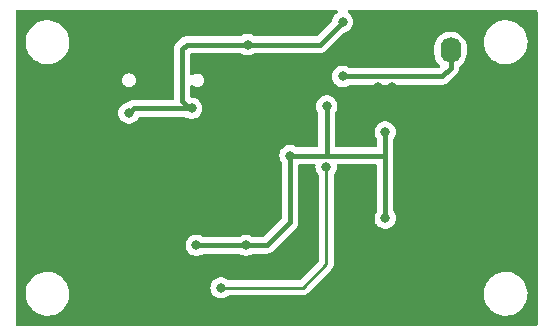
<source format=gbr>
%TF.GenerationSoftware,KiCad,Pcbnew,(7.0.0)*%
%TF.CreationDate,2023-03-22T16:00:14+00:00*%
%TF.ProjectId,CSAD2,43534144-322e-46b6-9963-61645f706362,0.2*%
%TF.SameCoordinates,Original*%
%TF.FileFunction,Copper,L4,Bot*%
%TF.FilePolarity,Positive*%
%FSLAX46Y46*%
G04 Gerber Fmt 4.6, Leading zero omitted, Abs format (unit mm)*
G04 Created by KiCad (PCBNEW (7.0.0)) date 2023-03-22 16:00:14*
%MOMM*%
%LPD*%
G01*
G04 APERTURE LIST*
G04 Aperture macros list*
%AMRoundRect*
0 Rectangle with rounded corners*
0 $1 Rounding radius*
0 $2 $3 $4 $5 $6 $7 $8 $9 X,Y pos of 4 corners*
0 Add a 4 corners polygon primitive as box body*
4,1,4,$2,$3,$4,$5,$6,$7,$8,$9,$2,$3,0*
0 Add four circle primitives for the rounded corners*
1,1,$1+$1,$2,$3*
1,1,$1+$1,$4,$5*
1,1,$1+$1,$6,$7*
1,1,$1+$1,$8,$9*
0 Add four rect primitives between the rounded corners*
20,1,$1+$1,$2,$3,$4,$5,0*
20,1,$1+$1,$4,$5,$6,$7,0*
20,1,$1+$1,$6,$7,$8,$9,0*
20,1,$1+$1,$8,$9,$2,$3,0*%
G04 Aperture macros list end*
%TA.AperFunction,ComponentPad*%
%ADD10RoundRect,0.250000X-0.620000X-0.845000X0.620000X-0.845000X0.620000X0.845000X-0.620000X0.845000X0*%
%TD*%
%TA.AperFunction,ComponentPad*%
%ADD11O,1.740000X2.190000*%
%TD*%
%TA.AperFunction,ViaPad*%
%ADD12C,0.800000*%
%TD*%
%TA.AperFunction,Conductor*%
%ADD13C,0.400000*%
%TD*%
%TA.AperFunction,Conductor*%
%ADD14C,0.250000*%
%TD*%
G04 APERTURE END LIST*
D10*
%TO.P,J1,1,Pin_1*%
%TO.N,GND*%
X152700000Y-81800000D03*
D11*
%TO.P,J1,2,Pin_2*%
%TO.N,Net-(J1-Pin_2)*%
X155239999Y-81799999D03*
%TD*%
D12*
%TO.N,GND*%
X124000000Y-85000000D03*
X120000000Y-85000000D03*
X127000000Y-103000000D03*
X135000000Y-90000000D03*
X150400000Y-87500000D03*
X153000000Y-98000000D03*
X161000000Y-92000000D03*
X157500000Y-83900000D03*
X136900000Y-83100000D03*
X161000000Y-85000000D03*
X158000000Y-98000000D03*
X127000000Y-100000000D03*
X131000000Y-98000000D03*
X126800000Y-86500000D03*
X125000000Y-98000000D03*
X153000000Y-91000000D03*
X138000000Y-90000000D03*
X150300000Y-84900000D03*
X148000000Y-103000000D03*
X139900000Y-103200000D03*
X131000000Y-103000000D03*
X124000000Y-89000000D03*
X144000000Y-103000000D03*
X129000000Y-89000000D03*
X149100000Y-84900000D03*
X149000000Y-79200000D03*
X142900000Y-98000000D03*
X148000000Y-98000000D03*
X135000000Y-86400000D03*
X150300000Y-79200000D03*
X121000000Y-98000000D03*
X153000000Y-103000000D03*
X158000000Y-91000000D03*
%TO.N,+3.3V*%
X144750000Y-86500000D03*
X133700000Y-98300000D03*
X149700000Y-96000000D03*
X141650000Y-90700000D03*
X137900000Y-98300000D03*
X149700000Y-88700000D03*
%TO.N,Net-(JP1-C)*%
X144700000Y-91650000D03*
X135800000Y-101900000D03*
%TO.N,Net-(JP3-B)*%
X138050000Y-81300000D03*
X128000000Y-87100000D03*
X133300000Y-86700000D03*
X146100000Y-79400000D03*
%TO.N,Net-(J1-Pin_2)*%
X146100000Y-84000000D03*
%TD*%
D13*
%TO.N,+3.3V*%
X144700000Y-90700000D02*
X149700000Y-90700000D01*
X141650000Y-90700000D02*
X144700000Y-90700000D01*
X139700000Y-98300000D02*
X133700000Y-98300000D01*
X149700000Y-90700000D02*
X149700000Y-96000000D01*
X141650000Y-90700000D02*
X141650000Y-96350000D01*
X149700000Y-90700000D02*
X149700000Y-88700000D01*
X144750000Y-86500000D02*
X144750000Y-90650000D01*
X141650000Y-96350000D02*
X139700000Y-98300000D01*
D14*
%TO.N,Net-(JP1-C)*%
X144700000Y-99900000D02*
X144700000Y-91650000D01*
X142700000Y-101900000D02*
X144700000Y-99900000D01*
X135800000Y-101900000D02*
X142700000Y-101900000D01*
D13*
%TO.N,Net-(JP3-B)*%
X132500000Y-86100000D02*
X133100000Y-86700000D01*
X128400000Y-86700000D02*
X128000000Y-87100000D01*
X144200000Y-81300000D02*
X138050000Y-81300000D01*
X138050000Y-81300000D02*
X132900000Y-81300000D01*
X146100000Y-79400000D02*
X144200000Y-81300000D01*
X132500000Y-81700000D02*
X132500000Y-86100000D01*
X132900000Y-81300000D02*
X132500000Y-81700000D01*
X133300000Y-86700000D02*
X128400000Y-86700000D01*
X133100000Y-86700000D02*
X133300000Y-86700000D01*
%TO.N,Net-(J1-Pin_2)*%
X154500000Y-84000000D02*
X155240000Y-83260000D01*
X146100000Y-84000000D02*
X154500000Y-84000000D01*
X155240000Y-83260000D02*
X155240000Y-81800000D01*
%TD*%
%TA.AperFunction,Conductor*%
%TO.N,GND*%
G36*
X145621777Y-78415838D02*
G01*
X145666737Y-78458058D01*
X145685795Y-78516714D01*
X145674238Y-78577297D01*
X145634925Y-78624818D01*
X145499388Y-78723290D01*
X145499381Y-78723295D01*
X145494129Y-78727112D01*
X145489784Y-78731937D01*
X145489779Y-78731942D01*
X145371813Y-78862956D01*
X145371808Y-78862962D01*
X145367467Y-78867784D01*
X145364222Y-78873404D01*
X145364218Y-78873410D01*
X145276069Y-79026089D01*
X145276066Y-79026094D01*
X145272821Y-79031716D01*
X145270815Y-79037888D01*
X145270813Y-79037894D01*
X145216334Y-79205563D01*
X145214326Y-79211744D01*
X145213647Y-79218196D01*
X145213646Y-79218205D01*
X145209135Y-79261128D01*
X145197734Y-79301549D01*
X145173495Y-79335846D01*
X143946162Y-80563181D01*
X143905934Y-80590061D01*
X143858481Y-80599500D01*
X138658155Y-80599500D01*
X138619837Y-80593431D01*
X138585273Y-80575820D01*
X138502730Y-80515849D01*
X138479008Y-80505287D01*
X138335745Y-80441501D01*
X138335740Y-80441499D01*
X138329803Y-80438856D01*
X138323444Y-80437504D01*
X138323440Y-80437503D01*
X138151008Y-80400852D01*
X138151005Y-80400851D01*
X138144646Y-80399500D01*
X137955354Y-80399500D01*
X137948995Y-80400851D01*
X137948991Y-80400852D01*
X137776559Y-80437503D01*
X137776552Y-80437505D01*
X137770197Y-80438856D01*
X137764262Y-80441498D01*
X137764254Y-80441501D01*
X137603207Y-80513205D01*
X137603202Y-80513207D01*
X137597270Y-80515849D01*
X137514726Y-80575820D01*
X137480163Y-80593431D01*
X137441845Y-80599500D01*
X132924909Y-80599500D01*
X132917422Y-80599274D01*
X132864881Y-80596095D01*
X132864873Y-80596095D01*
X132857394Y-80595643D01*
X132850019Y-80596994D01*
X132850009Y-80596995D01*
X132798242Y-80606481D01*
X132790843Y-80607608D01*
X132738567Y-80613956D01*
X132738561Y-80613957D01*
X132731128Y-80614860D01*
X132724123Y-80617516D01*
X132724112Y-80617519D01*
X132721639Y-80618457D01*
X132700041Y-80624478D01*
X132697451Y-80624952D01*
X132697444Y-80624954D01*
X132690068Y-80626306D01*
X132683225Y-80629385D01*
X132683227Y-80629385D01*
X132635234Y-80650984D01*
X132628318Y-80653848D01*
X132579088Y-80672519D01*
X132579078Y-80672523D01*
X132572070Y-80675182D01*
X132565899Y-80679441D01*
X132565894Y-80679444D01*
X132563722Y-80680944D01*
X132544187Y-80691962D01*
X132541784Y-80693043D01*
X132541777Y-80693047D01*
X132534943Y-80696123D01*
X132529043Y-80700745D01*
X132529040Y-80700747D01*
X132487595Y-80733216D01*
X132481566Y-80737651D01*
X132438249Y-80767551D01*
X132438241Y-80767557D01*
X132432071Y-80771817D01*
X132427101Y-80777426D01*
X132427094Y-80777433D01*
X132392184Y-80816838D01*
X132387051Y-80822290D01*
X132022290Y-81187051D01*
X132016838Y-81192184D01*
X131977431Y-81227096D01*
X131977425Y-81227102D01*
X131971817Y-81232071D01*
X131967560Y-81238236D01*
X131967551Y-81238248D01*
X131937649Y-81281568D01*
X131933213Y-81287597D01*
X131900749Y-81329035D01*
X131900743Y-81329043D01*
X131896122Y-81334943D01*
X131893044Y-81341780D01*
X131893043Y-81341783D01*
X131891962Y-81344185D01*
X131880940Y-81363727D01*
X131879441Y-81365898D01*
X131879437Y-81365904D01*
X131875182Y-81372070D01*
X131872526Y-81379070D01*
X131872522Y-81379080D01*
X131853853Y-81428305D01*
X131850989Y-81435219D01*
X131829382Y-81483229D01*
X131829379Y-81483235D01*
X131826305Y-81490068D01*
X131824953Y-81497439D01*
X131824951Y-81497449D01*
X131824474Y-81500053D01*
X131818456Y-81521643D01*
X131817519Y-81524114D01*
X131817517Y-81524119D01*
X131814860Y-81531128D01*
X131813956Y-81538565D01*
X131813956Y-81538569D01*
X131807610Y-81590827D01*
X131806483Y-81598226D01*
X131796994Y-81650010D01*
X131796993Y-81650018D01*
X131795642Y-81657394D01*
X131796094Y-81664873D01*
X131796094Y-81664881D01*
X131799274Y-81717433D01*
X131799500Y-81724921D01*
X131799500Y-85875500D01*
X131782887Y-85937500D01*
X131737500Y-85982887D01*
X131675500Y-85999500D01*
X128424909Y-85999500D01*
X128417422Y-85999274D01*
X128364881Y-85996095D01*
X128364873Y-85996095D01*
X128357394Y-85995643D01*
X128350019Y-85996994D01*
X128350009Y-85996995D01*
X128298242Y-86006481D01*
X128290843Y-86007608D01*
X128238567Y-86013956D01*
X128238561Y-86013957D01*
X128231128Y-86014860D01*
X128224123Y-86017516D01*
X128224112Y-86017519D01*
X128221639Y-86018457D01*
X128200041Y-86024478D01*
X128197451Y-86024952D01*
X128197444Y-86024954D01*
X128190068Y-86026306D01*
X128183225Y-86029385D01*
X128183227Y-86029385D01*
X128135234Y-86050984D01*
X128128318Y-86053848D01*
X128079088Y-86072519D01*
X128079078Y-86072523D01*
X128072070Y-86075182D01*
X128065899Y-86079441D01*
X128065894Y-86079444D01*
X128063722Y-86080944D01*
X128044187Y-86091962D01*
X128041784Y-86093043D01*
X128041777Y-86093047D01*
X128034943Y-86096123D01*
X128029043Y-86100745D01*
X128029040Y-86100747D01*
X127987595Y-86133216D01*
X127981566Y-86137651D01*
X127938244Y-86167555D01*
X127938238Y-86167559D01*
X127932071Y-86171817D01*
X127927100Y-86177427D01*
X127925654Y-86178709D01*
X127869210Y-86207182D01*
X127726559Y-86237503D01*
X127726552Y-86237505D01*
X127720197Y-86238856D01*
X127714262Y-86241498D01*
X127714254Y-86241501D01*
X127553207Y-86313205D01*
X127553202Y-86313207D01*
X127547270Y-86315849D01*
X127542016Y-86319665D01*
X127542011Y-86319669D01*
X127399388Y-86423290D01*
X127399381Y-86423295D01*
X127394129Y-86427112D01*
X127389784Y-86431937D01*
X127389779Y-86431942D01*
X127271813Y-86562956D01*
X127271808Y-86562962D01*
X127267467Y-86567784D01*
X127264222Y-86573404D01*
X127264218Y-86573410D01*
X127176069Y-86726089D01*
X127176066Y-86726094D01*
X127172821Y-86731716D01*
X127170815Y-86737888D01*
X127170813Y-86737894D01*
X127116333Y-86905564D01*
X127116331Y-86905573D01*
X127114326Y-86911744D01*
X127113648Y-86918194D01*
X127113646Y-86918204D01*
X127100501Y-87043279D01*
X127094540Y-87100000D01*
X127095219Y-87106460D01*
X127113646Y-87281795D01*
X127113647Y-87281803D01*
X127114326Y-87288256D01*
X127116331Y-87294428D01*
X127116333Y-87294435D01*
X127158491Y-87424182D01*
X127172821Y-87468284D01*
X127176068Y-87473908D01*
X127176069Y-87473910D01*
X127248374Y-87599147D01*
X127267467Y-87632216D01*
X127394129Y-87772888D01*
X127547270Y-87884151D01*
X127720197Y-87961144D01*
X127905354Y-88000500D01*
X128088143Y-88000500D01*
X128094646Y-88000500D01*
X128279803Y-87961144D01*
X128452730Y-87884151D01*
X128605871Y-87772888D01*
X128732533Y-87632216D01*
X128827179Y-87468284D01*
X128827699Y-87468584D01*
X128851002Y-87435304D01*
X128890689Y-87409530D01*
X128937141Y-87400500D01*
X132691845Y-87400500D01*
X132730163Y-87406569D01*
X132764726Y-87424179D01*
X132847270Y-87484151D01*
X133020197Y-87561144D01*
X133205354Y-87600500D01*
X133388143Y-87600500D01*
X133394646Y-87600500D01*
X133579803Y-87561144D01*
X133752730Y-87484151D01*
X133905871Y-87372888D01*
X134032533Y-87232216D01*
X134127179Y-87068284D01*
X134185674Y-86888256D01*
X134205460Y-86700000D01*
X134185674Y-86511744D01*
X134127179Y-86331716D01*
X134032533Y-86167784D01*
X133972172Y-86100747D01*
X133910220Y-86031942D01*
X133910219Y-86031941D01*
X133905871Y-86027112D01*
X133900613Y-86023292D01*
X133900611Y-86023290D01*
X133757988Y-85919669D01*
X133757987Y-85919668D01*
X133752730Y-85915849D01*
X133746792Y-85913205D01*
X133585745Y-85841501D01*
X133585740Y-85841499D01*
X133579803Y-85838856D01*
X133573444Y-85837504D01*
X133573440Y-85837503D01*
X133401008Y-85800852D01*
X133401005Y-85800851D01*
X133394646Y-85799500D01*
X133324500Y-85799500D01*
X133262500Y-85782887D01*
X133217113Y-85737500D01*
X133200500Y-85675500D01*
X133200500Y-84839510D01*
X133219199Y-84774030D01*
X133269656Y-84728298D01*
X133336654Y-84716107D01*
X133399986Y-84741134D01*
X133493315Y-84812748D01*
X133493319Y-84812750D01*
X133499767Y-84817698D01*
X133639764Y-84875687D01*
X133752280Y-84890500D01*
X133823667Y-84890500D01*
X133827720Y-84890500D01*
X133940236Y-84875687D01*
X134080233Y-84817698D01*
X134200451Y-84725451D01*
X134292698Y-84605233D01*
X134350687Y-84465236D01*
X134370466Y-84315000D01*
X134350687Y-84164764D01*
X134292698Y-84024767D01*
X134287753Y-84018322D01*
X134287751Y-84018319D01*
X134273694Y-84000000D01*
X145194540Y-84000000D01*
X145195219Y-84006460D01*
X145213646Y-84181795D01*
X145213647Y-84181803D01*
X145214326Y-84188256D01*
X145216331Y-84194428D01*
X145216333Y-84194435D01*
X145258126Y-84323059D01*
X145272821Y-84368284D01*
X145276068Y-84373908D01*
X145276069Y-84373910D01*
X145361895Y-84522566D01*
X145367467Y-84532216D01*
X145371811Y-84537041D01*
X145371813Y-84537043D01*
X145470043Y-84646138D01*
X145494129Y-84672888D01*
X145647270Y-84784151D01*
X145820197Y-84861144D01*
X146005354Y-84900500D01*
X146188143Y-84900500D01*
X146194646Y-84900500D01*
X146379803Y-84861144D01*
X146552730Y-84784151D01*
X146635273Y-84724179D01*
X146669837Y-84706569D01*
X146708155Y-84700500D01*
X154475079Y-84700500D01*
X154482566Y-84700725D01*
X154542606Y-84704358D01*
X154601782Y-84693513D01*
X154609181Y-84692387D01*
X154668872Y-84685140D01*
X154678332Y-84681551D01*
X154699959Y-84675522D01*
X154709932Y-84673695D01*
X154764808Y-84648996D01*
X154771673Y-84646152D01*
X154827930Y-84624818D01*
X154836264Y-84619064D01*
X154855821Y-84608034D01*
X154865057Y-84603878D01*
X154912413Y-84566775D01*
X154918420Y-84562355D01*
X154967929Y-84528183D01*
X155007822Y-84483151D01*
X155012924Y-84477731D01*
X155717731Y-83772924D01*
X155723151Y-83767822D01*
X155768183Y-83727929D01*
X155802355Y-83678420D01*
X155806775Y-83672413D01*
X155843878Y-83625057D01*
X155848034Y-83615821D01*
X155859064Y-83596264D01*
X155864818Y-83587930D01*
X155886152Y-83531673D01*
X155888996Y-83524808D01*
X155913695Y-83469932D01*
X155915522Y-83459959D01*
X155921551Y-83438332D01*
X155925140Y-83428872D01*
X155932387Y-83369181D01*
X155933514Y-83361778D01*
X155944358Y-83302606D01*
X155942903Y-83278559D01*
X155956646Y-83213895D01*
X156001664Y-83165482D01*
X156053407Y-83133623D01*
X156053407Y-83133622D01*
X156057891Y-83130862D01*
X156233018Y-82976731D01*
X156379578Y-82795220D01*
X156493354Y-82591552D01*
X156571073Y-82371584D01*
X156610500Y-82141647D01*
X156610500Y-81516784D01*
X156595670Y-81342547D01*
X156550160Y-81167765D01*
X158045788Y-81167765D01*
X158046282Y-81172262D01*
X158046283Y-81172267D01*
X158074917Y-81432506D01*
X158074918Y-81432513D01*
X158075414Y-81437018D01*
X158076559Y-81441398D01*
X158076561Y-81441408D01*
X158108830Y-81564838D01*
X158143928Y-81699088D01*
X158145693Y-81703242D01*
X158145696Y-81703250D01*
X158239853Y-81924818D01*
X158249870Y-81948390D01*
X158252226Y-81952251D01*
X158252229Y-81952256D01*
X158378097Y-82158498D01*
X158390982Y-82179610D01*
X158477189Y-82283199D01*
X158554878Y-82376553D01*
X158564255Y-82387820D01*
X158567630Y-82390844D01*
X158567631Y-82390845D01*
X158672330Y-82484656D01*
X158765998Y-82568582D01*
X158991910Y-82718044D01*
X159237176Y-82833020D01*
X159496569Y-82911060D01*
X159764561Y-82950500D01*
X159965369Y-82950500D01*
X159967631Y-82950500D01*
X160170156Y-82935677D01*
X160434553Y-82876780D01*
X160687558Y-82780014D01*
X160923777Y-82647441D01*
X161138177Y-82481888D01*
X161326186Y-82286881D01*
X161483799Y-82066579D01*
X161607656Y-81825675D01*
X161695118Y-81569305D01*
X161744319Y-81302933D01*
X161754212Y-81032235D01*
X161724586Y-80762982D01*
X161656072Y-80500912D01*
X161642569Y-80469138D01*
X161613551Y-80400852D01*
X161550130Y-80251610D01*
X161409018Y-80020390D01*
X161235745Y-79812180D01*
X161130759Y-79718112D01*
X161037382Y-79634446D01*
X161037378Y-79634442D01*
X161034002Y-79631418D01*
X160808090Y-79481956D01*
X160803996Y-79480036D01*
X160803991Y-79480034D01*
X160566929Y-79368904D01*
X160566925Y-79368902D01*
X160562824Y-79366980D01*
X160558477Y-79365672D01*
X160558474Y-79365671D01*
X160307772Y-79290246D01*
X160307771Y-79290245D01*
X160303431Y-79288940D01*
X160298957Y-79288281D01*
X160298950Y-79288280D01*
X160039913Y-79250158D01*
X160039907Y-79250157D01*
X160035439Y-79249500D01*
X159832369Y-79249500D01*
X159830120Y-79249664D01*
X159830109Y-79249665D01*
X159634363Y-79263992D01*
X159634359Y-79263992D01*
X159629844Y-79264323D01*
X159625426Y-79265307D01*
X159625420Y-79265308D01*
X159369877Y-79322232D01*
X159369861Y-79322236D01*
X159365447Y-79323220D01*
X159361216Y-79324838D01*
X159361210Y-79324840D01*
X159116673Y-79418367D01*
X159116663Y-79418371D01*
X159112442Y-79419986D01*
X159108494Y-79422201D01*
X159108489Y-79422204D01*
X158880176Y-79550340D01*
X158880171Y-79550343D01*
X158876223Y-79552559D01*
X158872639Y-79555325D01*
X158872635Y-79555329D01*
X158665407Y-79715343D01*
X158665394Y-79715354D01*
X158661823Y-79718112D01*
X158658685Y-79721366D01*
X158658678Y-79721373D01*
X158476958Y-79909857D01*
X158476952Y-79909864D01*
X158473814Y-79913119D01*
X158471189Y-79916787D01*
X158471179Y-79916800D01*
X158318834Y-80129740D01*
X158318830Y-80129745D01*
X158316201Y-80133421D01*
X158314132Y-80137444D01*
X158314129Y-80137450D01*
X158194416Y-80370293D01*
X158194411Y-80370304D01*
X158192344Y-80374325D01*
X158190884Y-80378602D01*
X158190879Y-80378616D01*
X158106348Y-80626395D01*
X158106344Y-80626407D01*
X158104882Y-80630695D01*
X158104057Y-80635159D01*
X158104057Y-80635161D01*
X158056504Y-80892606D01*
X158056502Y-80892619D01*
X158055681Y-80897067D01*
X158055515Y-80901593D01*
X158055515Y-80901599D01*
X158047827Y-81111981D01*
X158045788Y-81167765D01*
X156550160Y-81167765D01*
X156536885Y-81116781D01*
X156440792Y-80904198D01*
X156310153Y-80710912D01*
X156148728Y-80542484D01*
X155961161Y-80403760D01*
X155956465Y-80401392D01*
X155956463Y-80401391D01*
X155844336Y-80344858D01*
X155752847Y-80298730D01*
X155634530Y-80262496D01*
X155534816Y-80231959D01*
X155534813Y-80231958D01*
X155529780Y-80230417D01*
X155375701Y-80210686D01*
X155303593Y-80201452D01*
X155303592Y-80201451D01*
X155298376Y-80200784D01*
X155293121Y-80201007D01*
X155293117Y-80201007D01*
X155070558Y-80210462D01*
X155070554Y-80210462D01*
X155065293Y-80210686D01*
X155060153Y-80211793D01*
X155060143Y-80211795D01*
X154842383Y-80258726D01*
X154842377Y-80258727D01*
X154837235Y-80259836D01*
X154832351Y-80261798D01*
X154832346Y-80261800D01*
X154625649Y-80344858D01*
X154625644Y-80344860D01*
X154620765Y-80346821D01*
X154616288Y-80349577D01*
X154616285Y-80349579D01*
X154426588Y-80466379D01*
X154426578Y-80466386D01*
X154422109Y-80469138D01*
X154418167Y-80472607D01*
X154418158Y-80472614D01*
X154256536Y-80614860D01*
X154246982Y-80623269D01*
X154243674Y-80627365D01*
X154243669Y-80627371D01*
X154122503Y-80777433D01*
X154100422Y-80804780D01*
X154097855Y-80809374D01*
X154097853Y-80809378D01*
X153989215Y-81003847D01*
X153989209Y-81003858D01*
X153986646Y-81008448D01*
X153984893Y-81013408D01*
X153984890Y-81013416D01*
X153910682Y-81223446D01*
X153910679Y-81223456D01*
X153908927Y-81228416D01*
X153908037Y-81233603D01*
X153908035Y-81233613D01*
X153870390Y-81453159D01*
X153870389Y-81453166D01*
X153869500Y-81458353D01*
X153869500Y-82083216D01*
X153869722Y-82085832D01*
X153869723Y-82085840D01*
X153883882Y-82252199D01*
X153883883Y-82252208D01*
X153884330Y-82257453D01*
X153943115Y-82483219D01*
X153945283Y-82488015D01*
X153945284Y-82488018D01*
X154037036Y-82690999D01*
X154037040Y-82691007D01*
X154039208Y-82695802D01*
X154169847Y-82889088D01*
X154228546Y-82950334D01*
X154306271Y-83031430D01*
X154336966Y-83086835D01*
X154336294Y-83150171D01*
X154304431Y-83204911D01*
X154246163Y-83263180D01*
X154205934Y-83290061D01*
X154158481Y-83299500D01*
X146708155Y-83299500D01*
X146669837Y-83293431D01*
X146635273Y-83275820D01*
X146552730Y-83215849D01*
X146546792Y-83213205D01*
X146385745Y-83141501D01*
X146385740Y-83141499D01*
X146379803Y-83138856D01*
X146373444Y-83137504D01*
X146373440Y-83137503D01*
X146201008Y-83100852D01*
X146201005Y-83100851D01*
X146194646Y-83099500D01*
X146005354Y-83099500D01*
X145998995Y-83100851D01*
X145998991Y-83100852D01*
X145826559Y-83137503D01*
X145826552Y-83137505D01*
X145820197Y-83138856D01*
X145814262Y-83141498D01*
X145814254Y-83141501D01*
X145653207Y-83213205D01*
X145653202Y-83213207D01*
X145647270Y-83215849D01*
X145642016Y-83219665D01*
X145642011Y-83219669D01*
X145499388Y-83323290D01*
X145499381Y-83323295D01*
X145494129Y-83327112D01*
X145489784Y-83331937D01*
X145489779Y-83331942D01*
X145371813Y-83462956D01*
X145371808Y-83462962D01*
X145367467Y-83467784D01*
X145364222Y-83473404D01*
X145364218Y-83473410D01*
X145276069Y-83626089D01*
X145276066Y-83626094D01*
X145272821Y-83631716D01*
X145270815Y-83637888D01*
X145270813Y-83637894D01*
X145216333Y-83805564D01*
X145216331Y-83805573D01*
X145214326Y-83811744D01*
X145213648Y-83818194D01*
X145213646Y-83818204D01*
X145204871Y-83901702D01*
X145194540Y-84000000D01*
X134273694Y-84000000D01*
X134205394Y-83910991D01*
X134200451Y-83904549D01*
X134180013Y-83888866D01*
X134086680Y-83817248D01*
X134086674Y-83817245D01*
X134080233Y-83812302D01*
X134072724Y-83809191D01*
X134072723Y-83809191D01*
X133947745Y-83757423D01*
X133947742Y-83757422D01*
X133940236Y-83754313D01*
X133932182Y-83753252D01*
X133932176Y-83753251D01*
X133831739Y-83740029D01*
X133831737Y-83740028D01*
X133827720Y-83739500D01*
X133752280Y-83739500D01*
X133748263Y-83740028D01*
X133748260Y-83740029D01*
X133647823Y-83753251D01*
X133647815Y-83753252D01*
X133639764Y-83754313D01*
X133632259Y-83757421D01*
X133632254Y-83757423D01*
X133507276Y-83809191D01*
X133507272Y-83809193D01*
X133499767Y-83812302D01*
X133493324Y-83817245D01*
X133493315Y-83817251D01*
X133399986Y-83888866D01*
X133336654Y-83913893D01*
X133269656Y-83901702D01*
X133219199Y-83855970D01*
X133200500Y-83790490D01*
X133200500Y-82124500D01*
X133217113Y-82062500D01*
X133262500Y-82017113D01*
X133324500Y-82000500D01*
X137441845Y-82000500D01*
X137480163Y-82006569D01*
X137514726Y-82024179D01*
X137597270Y-82084151D01*
X137770197Y-82161144D01*
X137955354Y-82200500D01*
X138138143Y-82200500D01*
X138144646Y-82200500D01*
X138329803Y-82161144D01*
X138502730Y-82084151D01*
X138585273Y-82024179D01*
X138619837Y-82006569D01*
X138658155Y-82000500D01*
X144175079Y-82000500D01*
X144182566Y-82000725D01*
X144242606Y-82004358D01*
X144301782Y-81993513D01*
X144309181Y-81992387D01*
X144368872Y-81985140D01*
X144378332Y-81981551D01*
X144399959Y-81975522D01*
X144409932Y-81973695D01*
X144464808Y-81948996D01*
X144471673Y-81946152D01*
X144527930Y-81924818D01*
X144536264Y-81919064D01*
X144555821Y-81908034D01*
X144565057Y-81903878D01*
X144612413Y-81866775D01*
X144618420Y-81862355D01*
X144667929Y-81828183D01*
X144707822Y-81783151D01*
X144712924Y-81777731D01*
X146162975Y-80327681D01*
X146191486Y-80306392D01*
X146224869Y-80294075D01*
X146379803Y-80261144D01*
X146552730Y-80184151D01*
X146705871Y-80072888D01*
X146832533Y-79932216D01*
X146927179Y-79768284D01*
X146985674Y-79588256D01*
X147005460Y-79400000D01*
X146985674Y-79211744D01*
X146927179Y-79031716D01*
X146832533Y-78867784D01*
X146705871Y-78727112D01*
X146700613Y-78723292D01*
X146700611Y-78723290D01*
X146565075Y-78624818D01*
X146525762Y-78577297D01*
X146514205Y-78516714D01*
X146533263Y-78458058D01*
X146578223Y-78415838D01*
X146637960Y-78400500D01*
X162475500Y-78400500D01*
X162537500Y-78417113D01*
X162582887Y-78462500D01*
X162599500Y-78524500D01*
X162599500Y-104975500D01*
X162582887Y-105037500D01*
X162537500Y-105082887D01*
X162475500Y-105099500D01*
X118524500Y-105099500D01*
X118462500Y-105082887D01*
X118417113Y-105037500D01*
X118400500Y-104975500D01*
X118400500Y-102467765D01*
X119245788Y-102467765D01*
X119246282Y-102472262D01*
X119246283Y-102472267D01*
X119274917Y-102732506D01*
X119274918Y-102732513D01*
X119275414Y-102737018D01*
X119276559Y-102741398D01*
X119276561Y-102741408D01*
X119292010Y-102800500D01*
X119343928Y-102999088D01*
X119345693Y-103003242D01*
X119345696Y-103003250D01*
X119448099Y-103244223D01*
X119449870Y-103248390D01*
X119452226Y-103252251D01*
X119452229Y-103252256D01*
X119588618Y-103475737D01*
X119590982Y-103479610D01*
X119764255Y-103687820D01*
X119767630Y-103690844D01*
X119767631Y-103690845D01*
X119872330Y-103784656D01*
X119965998Y-103868582D01*
X120191910Y-104018044D01*
X120437176Y-104133020D01*
X120696569Y-104211060D01*
X120964561Y-104250500D01*
X121165369Y-104250500D01*
X121167631Y-104250500D01*
X121370156Y-104235677D01*
X121634553Y-104176780D01*
X121887558Y-104080014D01*
X122123777Y-103947441D01*
X122338177Y-103781888D01*
X122526186Y-103586881D01*
X122683799Y-103366579D01*
X122807656Y-103125675D01*
X122895118Y-102869305D01*
X122944319Y-102602933D01*
X122954212Y-102332235D01*
X122924586Y-102062982D01*
X122856072Y-101800912D01*
X122750130Y-101551610D01*
X122609018Y-101320390D01*
X122435745Y-101112180D01*
X122432368Y-101109154D01*
X122237382Y-100934446D01*
X122237378Y-100934442D01*
X122234002Y-100931418D01*
X122008090Y-100781956D01*
X122003996Y-100780036D01*
X122003991Y-100780034D01*
X121766929Y-100668904D01*
X121766925Y-100668902D01*
X121762824Y-100666980D01*
X121758477Y-100665672D01*
X121758474Y-100665671D01*
X121507772Y-100590246D01*
X121507771Y-100590245D01*
X121503431Y-100588940D01*
X121498957Y-100588281D01*
X121498950Y-100588280D01*
X121239913Y-100550158D01*
X121239907Y-100550157D01*
X121235439Y-100549500D01*
X121032369Y-100549500D01*
X121030120Y-100549664D01*
X121030109Y-100549665D01*
X120834363Y-100563992D01*
X120834359Y-100563992D01*
X120829844Y-100564323D01*
X120825426Y-100565307D01*
X120825420Y-100565308D01*
X120569877Y-100622232D01*
X120569861Y-100622236D01*
X120565447Y-100623220D01*
X120561216Y-100624838D01*
X120561210Y-100624840D01*
X120316673Y-100718367D01*
X120316663Y-100718371D01*
X120312442Y-100719986D01*
X120308494Y-100722201D01*
X120308489Y-100722204D01*
X120080176Y-100850340D01*
X120080171Y-100850343D01*
X120076223Y-100852559D01*
X120072639Y-100855325D01*
X120072635Y-100855329D01*
X119865407Y-101015343D01*
X119865394Y-101015354D01*
X119861823Y-101018112D01*
X119858685Y-101021366D01*
X119858678Y-101021373D01*
X119676958Y-101209857D01*
X119676952Y-101209864D01*
X119673814Y-101213119D01*
X119671189Y-101216787D01*
X119671179Y-101216800D01*
X119518834Y-101429740D01*
X119518830Y-101429745D01*
X119516201Y-101433421D01*
X119514132Y-101437444D01*
X119514129Y-101437450D01*
X119394416Y-101670293D01*
X119394411Y-101670304D01*
X119392344Y-101674325D01*
X119390884Y-101678602D01*
X119390879Y-101678616D01*
X119306348Y-101926395D01*
X119306344Y-101926407D01*
X119304882Y-101930695D01*
X119304057Y-101935159D01*
X119304057Y-101935161D01*
X119256504Y-102192606D01*
X119256502Y-102192619D01*
X119255681Y-102197067D01*
X119255515Y-102201593D01*
X119255515Y-102201599D01*
X119246077Y-102459862D01*
X119245788Y-102467765D01*
X118400500Y-102467765D01*
X118400500Y-98300000D01*
X132794540Y-98300000D01*
X132795219Y-98306460D01*
X132813646Y-98481795D01*
X132813647Y-98481803D01*
X132814326Y-98488256D01*
X132816331Y-98494428D01*
X132816333Y-98494435D01*
X132870813Y-98662105D01*
X132872821Y-98668284D01*
X132876068Y-98673908D01*
X132876069Y-98673910D01*
X132961895Y-98822566D01*
X132967467Y-98832216D01*
X132971811Y-98837041D01*
X132971813Y-98837043D01*
X133070043Y-98946138D01*
X133094129Y-98972888D01*
X133247270Y-99084151D01*
X133420197Y-99161144D01*
X133605354Y-99200500D01*
X133788143Y-99200500D01*
X133794646Y-99200500D01*
X133979803Y-99161144D01*
X134152730Y-99084151D01*
X134235273Y-99024179D01*
X134269837Y-99006569D01*
X134308155Y-99000500D01*
X137291845Y-99000500D01*
X137330163Y-99006569D01*
X137364726Y-99024179D01*
X137447270Y-99084151D01*
X137620197Y-99161144D01*
X137805354Y-99200500D01*
X137988143Y-99200500D01*
X137994646Y-99200500D01*
X138179803Y-99161144D01*
X138352730Y-99084151D01*
X138435273Y-99024179D01*
X138469837Y-99006569D01*
X138508155Y-99000500D01*
X139675079Y-99000500D01*
X139682566Y-99000725D01*
X139742606Y-99004358D01*
X139801782Y-98993513D01*
X139809181Y-98992387D01*
X139868872Y-98985140D01*
X139878332Y-98981551D01*
X139899959Y-98975522D01*
X139909932Y-98973695D01*
X139964808Y-98948996D01*
X139971673Y-98946152D01*
X140027930Y-98924818D01*
X140036264Y-98919064D01*
X140055821Y-98908034D01*
X140065057Y-98903878D01*
X140112413Y-98866775D01*
X140118420Y-98862355D01*
X140167929Y-98828183D01*
X140207822Y-98783151D01*
X140212924Y-98777731D01*
X142127731Y-96862924D01*
X142133151Y-96857822D01*
X142178183Y-96817929D01*
X142212362Y-96768410D01*
X142216779Y-96762407D01*
X142253877Y-96715057D01*
X142258030Y-96705826D01*
X142269058Y-96686272D01*
X142274818Y-96677930D01*
X142296149Y-96621680D01*
X142299014Y-96614766D01*
X142320614Y-96566776D01*
X142320614Y-96566773D01*
X142323694Y-96559932D01*
X142325518Y-96549974D01*
X142331548Y-96528340D01*
X142335140Y-96518872D01*
X142342389Y-96459165D01*
X142343516Y-96451762D01*
X142354357Y-96392606D01*
X142350726Y-96332578D01*
X142350500Y-96325091D01*
X142350500Y-91524500D01*
X142367113Y-91462500D01*
X142412500Y-91417113D01*
X142474500Y-91400500D01*
X143683047Y-91400500D01*
X143748757Y-91419342D01*
X143794497Y-91470142D01*
X143806368Y-91537461D01*
X143794540Y-91650000D01*
X143795219Y-91656460D01*
X143813646Y-91831795D01*
X143813647Y-91831803D01*
X143814326Y-91838256D01*
X143816331Y-91844428D01*
X143816333Y-91844435D01*
X143870813Y-92012105D01*
X143872821Y-92018284D01*
X143967467Y-92182216D01*
X143971811Y-92187041D01*
X143971813Y-92187043D01*
X144042650Y-92265715D01*
X144066264Y-92304249D01*
X144074500Y-92348687D01*
X144074500Y-99589547D01*
X144065061Y-99637000D01*
X144038181Y-99677228D01*
X142477228Y-101238181D01*
X142437000Y-101265061D01*
X142389547Y-101274500D01*
X136503748Y-101274500D01*
X136453315Y-101263781D01*
X136415218Y-101236104D01*
X136415050Y-101236291D01*
X136413271Y-101234689D01*
X136411601Y-101233476D01*
X136405871Y-101227112D01*
X136400613Y-101223292D01*
X136400611Y-101223290D01*
X136257988Y-101119669D01*
X136257987Y-101119668D01*
X136252730Y-101115849D01*
X136246792Y-101113205D01*
X136085745Y-101041501D01*
X136085740Y-101041499D01*
X136079803Y-101038856D01*
X136073444Y-101037504D01*
X136073440Y-101037503D01*
X135901008Y-101000852D01*
X135901005Y-101000851D01*
X135894646Y-100999500D01*
X135705354Y-100999500D01*
X135698995Y-101000851D01*
X135698991Y-101000852D01*
X135526559Y-101037503D01*
X135526552Y-101037505D01*
X135520197Y-101038856D01*
X135514262Y-101041498D01*
X135514254Y-101041501D01*
X135353207Y-101113205D01*
X135353202Y-101113207D01*
X135347270Y-101115849D01*
X135342016Y-101119665D01*
X135342011Y-101119669D01*
X135199388Y-101223290D01*
X135199381Y-101223295D01*
X135194129Y-101227112D01*
X135189784Y-101231937D01*
X135189779Y-101231942D01*
X135071813Y-101362956D01*
X135071808Y-101362962D01*
X135067467Y-101367784D01*
X135064222Y-101373404D01*
X135064218Y-101373410D01*
X134976069Y-101526089D01*
X134976066Y-101526094D01*
X134972821Y-101531716D01*
X134970815Y-101537888D01*
X134970813Y-101537894D01*
X134916333Y-101705564D01*
X134916331Y-101705573D01*
X134914326Y-101711744D01*
X134913648Y-101718194D01*
X134913646Y-101718204D01*
X134904954Y-101800912D01*
X134894540Y-101900000D01*
X134895219Y-101906460D01*
X134913646Y-102081795D01*
X134913647Y-102081803D01*
X134914326Y-102088256D01*
X134916331Y-102094428D01*
X134916333Y-102094435D01*
X134970813Y-102262105D01*
X134972821Y-102268284D01*
X134976068Y-102273908D01*
X134976069Y-102273910D01*
X135047810Y-102398170D01*
X135067467Y-102432216D01*
X135071811Y-102437041D01*
X135071813Y-102437043D01*
X135153417Y-102527673D01*
X135194129Y-102572888D01*
X135199387Y-102576708D01*
X135199388Y-102576709D01*
X135241621Y-102607393D01*
X135347270Y-102684151D01*
X135520197Y-102761144D01*
X135705354Y-102800500D01*
X135888143Y-102800500D01*
X135894646Y-102800500D01*
X136079803Y-102761144D01*
X136252730Y-102684151D01*
X136405871Y-102572888D01*
X136411601Y-102566523D01*
X136413271Y-102565310D01*
X136415050Y-102563709D01*
X136415218Y-102563895D01*
X136453315Y-102536219D01*
X136503748Y-102525500D01*
X142622225Y-102525500D01*
X142633280Y-102526021D01*
X142640667Y-102527673D01*
X142707872Y-102525561D01*
X142711768Y-102525500D01*
X142735448Y-102525500D01*
X142739350Y-102525500D01*
X142743313Y-102524999D01*
X142754963Y-102524080D01*
X142798627Y-102522709D01*
X142817861Y-102517119D01*
X142836917Y-102513174D01*
X142856792Y-102510664D01*
X142897395Y-102494587D01*
X142908450Y-102490802D01*
X142950390Y-102478618D01*
X142967629Y-102468422D01*
X142968970Y-102467765D01*
X158045788Y-102467765D01*
X158046282Y-102472262D01*
X158046283Y-102472267D01*
X158074917Y-102732506D01*
X158074918Y-102732513D01*
X158075414Y-102737018D01*
X158076559Y-102741398D01*
X158076561Y-102741408D01*
X158092010Y-102800500D01*
X158143928Y-102999088D01*
X158145693Y-103003242D01*
X158145696Y-103003250D01*
X158248099Y-103244223D01*
X158249870Y-103248390D01*
X158252226Y-103252251D01*
X158252229Y-103252256D01*
X158388618Y-103475737D01*
X158390982Y-103479610D01*
X158564255Y-103687820D01*
X158567630Y-103690844D01*
X158567631Y-103690845D01*
X158672330Y-103784656D01*
X158765998Y-103868582D01*
X158991910Y-104018044D01*
X159237176Y-104133020D01*
X159496569Y-104211060D01*
X159764561Y-104250500D01*
X159965369Y-104250500D01*
X159967631Y-104250500D01*
X160170156Y-104235677D01*
X160434553Y-104176780D01*
X160687558Y-104080014D01*
X160923777Y-103947441D01*
X161138177Y-103781888D01*
X161326186Y-103586881D01*
X161483799Y-103366579D01*
X161607656Y-103125675D01*
X161695118Y-102869305D01*
X161744319Y-102602933D01*
X161754212Y-102332235D01*
X161724586Y-102062982D01*
X161656072Y-101800912D01*
X161550130Y-101551610D01*
X161409018Y-101320390D01*
X161235745Y-101112180D01*
X161232368Y-101109154D01*
X161037382Y-100934446D01*
X161037378Y-100934442D01*
X161034002Y-100931418D01*
X160808090Y-100781956D01*
X160803996Y-100780036D01*
X160803991Y-100780034D01*
X160566929Y-100668904D01*
X160566925Y-100668902D01*
X160562824Y-100666980D01*
X160558477Y-100665672D01*
X160558474Y-100665671D01*
X160307772Y-100590246D01*
X160307771Y-100590245D01*
X160303431Y-100588940D01*
X160298957Y-100588281D01*
X160298950Y-100588280D01*
X160039913Y-100550158D01*
X160039907Y-100550157D01*
X160035439Y-100549500D01*
X159832369Y-100549500D01*
X159830120Y-100549664D01*
X159830109Y-100549665D01*
X159634363Y-100563992D01*
X159634359Y-100563992D01*
X159629844Y-100564323D01*
X159625426Y-100565307D01*
X159625420Y-100565308D01*
X159369877Y-100622232D01*
X159369861Y-100622236D01*
X159365447Y-100623220D01*
X159361216Y-100624838D01*
X159361210Y-100624840D01*
X159116673Y-100718367D01*
X159116663Y-100718371D01*
X159112442Y-100719986D01*
X159108494Y-100722201D01*
X159108489Y-100722204D01*
X158880176Y-100850340D01*
X158880171Y-100850343D01*
X158876223Y-100852559D01*
X158872639Y-100855325D01*
X158872635Y-100855329D01*
X158665407Y-101015343D01*
X158665394Y-101015354D01*
X158661823Y-101018112D01*
X158658685Y-101021366D01*
X158658678Y-101021373D01*
X158476958Y-101209857D01*
X158476952Y-101209864D01*
X158473814Y-101213119D01*
X158471189Y-101216787D01*
X158471179Y-101216800D01*
X158318834Y-101429740D01*
X158318830Y-101429745D01*
X158316201Y-101433421D01*
X158314132Y-101437444D01*
X158314129Y-101437450D01*
X158194416Y-101670293D01*
X158194411Y-101670304D01*
X158192344Y-101674325D01*
X158190884Y-101678602D01*
X158190879Y-101678616D01*
X158106348Y-101926395D01*
X158106344Y-101926407D01*
X158104882Y-101930695D01*
X158104057Y-101935159D01*
X158104057Y-101935161D01*
X158056504Y-102192606D01*
X158056502Y-102192619D01*
X158055681Y-102197067D01*
X158055515Y-102201593D01*
X158055515Y-102201599D01*
X158046077Y-102459862D01*
X158045788Y-102467765D01*
X142968970Y-102467765D01*
X142985103Y-102459862D01*
X142996474Y-102455360D01*
X142996476Y-102455358D01*
X143003732Y-102452486D01*
X143039069Y-102426811D01*
X143048824Y-102420403D01*
X143086420Y-102398170D01*
X143100584Y-102384005D01*
X143115379Y-102371368D01*
X143131587Y-102359594D01*
X143159428Y-102325938D01*
X143167279Y-102317309D01*
X145087311Y-100397278D01*
X145095481Y-100389844D01*
X145101877Y-100385786D01*
X145147918Y-100336756D01*
X145150535Y-100334054D01*
X145170120Y-100314471D01*
X145172585Y-100311292D01*
X145180167Y-100302416D01*
X145210062Y-100270582D01*
X145219713Y-100253023D01*
X145230390Y-100236770D01*
X145242673Y-100220936D01*
X145260018Y-100180852D01*
X145265151Y-100170371D01*
X145286197Y-100132092D01*
X145291179Y-100112684D01*
X145297482Y-100094276D01*
X145305437Y-100075896D01*
X145312271Y-100032744D01*
X145314633Y-100021338D01*
X145325500Y-99979019D01*
X145325500Y-99958983D01*
X145327027Y-99939585D01*
X145328939Y-99927513D01*
X145328938Y-99927513D01*
X145330160Y-99919804D01*
X145326050Y-99876324D01*
X145325500Y-99864655D01*
X145325500Y-92348687D01*
X145333736Y-92304249D01*
X145357350Y-92265715D01*
X145432533Y-92182216D01*
X145527179Y-92018284D01*
X145585674Y-91838256D01*
X145605460Y-91650000D01*
X145593631Y-91537461D01*
X145605503Y-91470142D01*
X145651243Y-91419342D01*
X145716953Y-91400500D01*
X148875500Y-91400500D01*
X148937500Y-91417113D01*
X148982887Y-91462500D01*
X148999500Y-91524500D01*
X148999500Y-95384608D01*
X148991251Y-95429080D01*
X148974296Y-95456720D01*
X148975637Y-95457694D01*
X148971812Y-95462957D01*
X148967467Y-95467784D01*
X148964220Y-95473407D01*
X148964217Y-95473412D01*
X148876069Y-95626089D01*
X148876066Y-95626094D01*
X148872821Y-95631716D01*
X148870815Y-95637888D01*
X148870813Y-95637894D01*
X148816333Y-95805564D01*
X148816331Y-95805573D01*
X148814326Y-95811744D01*
X148813648Y-95818194D01*
X148813646Y-95818204D01*
X148795962Y-95986464D01*
X148794540Y-96000000D01*
X148795219Y-96006460D01*
X148813646Y-96181795D01*
X148813647Y-96181803D01*
X148814326Y-96188256D01*
X148816331Y-96194428D01*
X148816333Y-96194435D01*
X148860005Y-96328842D01*
X148872821Y-96368284D01*
X148876068Y-96373908D01*
X148876069Y-96373910D01*
X148955461Y-96511422D01*
X148967467Y-96532216D01*
X148971811Y-96537041D01*
X148971813Y-96537043D01*
X149044875Y-96618186D01*
X149094129Y-96672888D01*
X149099387Y-96676708D01*
X149099388Y-96676709D01*
X149152170Y-96715057D01*
X149247270Y-96784151D01*
X149420197Y-96861144D01*
X149605354Y-96900500D01*
X149788143Y-96900500D01*
X149794646Y-96900500D01*
X149979803Y-96861144D01*
X150152730Y-96784151D01*
X150305871Y-96672888D01*
X150432533Y-96532216D01*
X150527179Y-96368284D01*
X150585674Y-96188256D01*
X150605460Y-96000000D01*
X150585674Y-95811744D01*
X150527179Y-95631716D01*
X150432533Y-95467784D01*
X150428185Y-95462955D01*
X150424363Y-95457694D01*
X150425703Y-95456720D01*
X150408749Y-95429080D01*
X150400500Y-95384608D01*
X150400500Y-89315392D01*
X150408749Y-89270920D01*
X150425703Y-89243279D01*
X150424363Y-89242306D01*
X150428184Y-89237045D01*
X150432533Y-89232216D01*
X150527179Y-89068284D01*
X150585674Y-88888256D01*
X150605460Y-88700000D01*
X150585674Y-88511744D01*
X150527179Y-88331716D01*
X150432533Y-88167784D01*
X150305871Y-88027112D01*
X150300613Y-88023292D01*
X150300611Y-88023290D01*
X150157988Y-87919669D01*
X150157987Y-87919668D01*
X150152730Y-87915849D01*
X150146792Y-87913205D01*
X149985745Y-87841501D01*
X149985740Y-87841499D01*
X149979803Y-87838856D01*
X149973444Y-87837504D01*
X149973440Y-87837503D01*
X149801008Y-87800852D01*
X149801005Y-87800851D01*
X149794646Y-87799500D01*
X149605354Y-87799500D01*
X149598995Y-87800851D01*
X149598991Y-87800852D01*
X149426559Y-87837503D01*
X149426552Y-87837505D01*
X149420197Y-87838856D01*
X149414262Y-87841498D01*
X149414254Y-87841501D01*
X149253207Y-87913205D01*
X149253202Y-87913207D01*
X149247270Y-87915849D01*
X149242016Y-87919665D01*
X149242011Y-87919669D01*
X149099388Y-88023290D01*
X149099381Y-88023295D01*
X149094129Y-88027112D01*
X149089784Y-88031937D01*
X149089779Y-88031942D01*
X148971813Y-88162956D01*
X148971808Y-88162962D01*
X148967467Y-88167784D01*
X148964222Y-88173404D01*
X148964218Y-88173410D01*
X148876069Y-88326089D01*
X148876066Y-88326094D01*
X148872821Y-88331716D01*
X148870815Y-88337888D01*
X148870813Y-88337894D01*
X148816333Y-88505564D01*
X148816331Y-88505573D01*
X148814326Y-88511744D01*
X148813648Y-88518194D01*
X148813646Y-88518204D01*
X148795962Y-88686464D01*
X148794540Y-88700000D01*
X148795219Y-88706460D01*
X148813646Y-88881795D01*
X148813647Y-88881803D01*
X148814326Y-88888256D01*
X148816331Y-88894428D01*
X148816333Y-88894435D01*
X148870813Y-89062105D01*
X148872821Y-89068284D01*
X148967467Y-89232216D01*
X148971813Y-89237043D01*
X148975637Y-89242306D01*
X148974296Y-89243279D01*
X148991251Y-89270920D01*
X148999500Y-89315392D01*
X148999500Y-89875500D01*
X148982887Y-89937500D01*
X148937500Y-89982887D01*
X148875500Y-89999500D01*
X145574500Y-89999500D01*
X145512500Y-89982887D01*
X145467113Y-89937500D01*
X145450500Y-89875500D01*
X145450500Y-87115392D01*
X145458749Y-87070920D01*
X145475703Y-87043279D01*
X145474363Y-87042306D01*
X145478184Y-87037045D01*
X145482533Y-87032216D01*
X145577179Y-86868284D01*
X145635674Y-86688256D01*
X145655460Y-86500000D01*
X145635674Y-86311744D01*
X145577179Y-86131716D01*
X145482533Y-85967784D01*
X145355871Y-85827112D01*
X145350613Y-85823292D01*
X145350611Y-85823290D01*
X145207988Y-85719669D01*
X145207987Y-85719668D01*
X145202730Y-85715849D01*
X145196792Y-85713205D01*
X145035745Y-85641501D01*
X145035740Y-85641499D01*
X145029803Y-85638856D01*
X145023444Y-85637504D01*
X145023440Y-85637503D01*
X144851008Y-85600852D01*
X144851005Y-85600851D01*
X144844646Y-85599500D01*
X144655354Y-85599500D01*
X144648995Y-85600851D01*
X144648991Y-85600852D01*
X144476559Y-85637503D01*
X144476552Y-85637505D01*
X144470197Y-85638856D01*
X144464262Y-85641498D01*
X144464254Y-85641501D01*
X144303207Y-85713205D01*
X144303202Y-85713207D01*
X144297270Y-85715849D01*
X144292016Y-85719665D01*
X144292011Y-85719669D01*
X144149388Y-85823290D01*
X144149381Y-85823295D01*
X144144129Y-85827112D01*
X144139784Y-85831937D01*
X144139779Y-85831942D01*
X144021813Y-85962956D01*
X144021808Y-85962962D01*
X144017467Y-85967784D01*
X144014222Y-85973404D01*
X144014218Y-85973410D01*
X143926069Y-86126089D01*
X143926066Y-86126094D01*
X143922821Y-86131716D01*
X143920815Y-86137888D01*
X143920813Y-86137894D01*
X143866333Y-86305564D01*
X143866331Y-86305573D01*
X143864326Y-86311744D01*
X143863648Y-86318194D01*
X143863646Y-86318204D01*
X143851693Y-86431942D01*
X143844540Y-86500000D01*
X143845219Y-86506460D01*
X143863646Y-86681795D01*
X143863647Y-86681803D01*
X143864326Y-86688256D01*
X143866331Y-86694428D01*
X143866333Y-86694435D01*
X143880454Y-86737894D01*
X143922821Y-86868284D01*
X143926068Y-86873908D01*
X143926069Y-86873910D01*
X143951642Y-86918204D01*
X144017467Y-87032216D01*
X144021813Y-87037043D01*
X144025637Y-87042306D01*
X144024296Y-87043279D01*
X144041251Y-87070920D01*
X144049500Y-87115392D01*
X144049500Y-89875500D01*
X144032887Y-89937500D01*
X143987500Y-89982887D01*
X143925500Y-89999500D01*
X142258155Y-89999500D01*
X142219837Y-89993431D01*
X142185273Y-89975820D01*
X142102730Y-89915849D01*
X142096792Y-89913205D01*
X141935745Y-89841501D01*
X141935740Y-89841499D01*
X141929803Y-89838856D01*
X141923444Y-89837504D01*
X141923440Y-89837503D01*
X141751008Y-89800852D01*
X141751005Y-89800851D01*
X141744646Y-89799500D01*
X141555354Y-89799500D01*
X141548995Y-89800851D01*
X141548991Y-89800852D01*
X141376559Y-89837503D01*
X141376552Y-89837505D01*
X141370197Y-89838856D01*
X141364262Y-89841498D01*
X141364254Y-89841501D01*
X141203207Y-89913205D01*
X141203202Y-89913207D01*
X141197270Y-89915849D01*
X141192016Y-89919665D01*
X141192011Y-89919669D01*
X141049388Y-90023290D01*
X141049381Y-90023295D01*
X141044129Y-90027112D01*
X141039784Y-90031937D01*
X141039779Y-90031942D01*
X140921813Y-90162956D01*
X140921808Y-90162962D01*
X140917467Y-90167784D01*
X140914222Y-90173404D01*
X140914218Y-90173410D01*
X140826069Y-90326089D01*
X140826066Y-90326094D01*
X140822821Y-90331716D01*
X140820815Y-90337888D01*
X140820813Y-90337894D01*
X140766333Y-90505564D01*
X140766331Y-90505573D01*
X140764326Y-90511744D01*
X140763648Y-90518194D01*
X140763646Y-90518204D01*
X140748993Y-90657628D01*
X140744540Y-90700000D01*
X140745219Y-90706460D01*
X140763646Y-90881795D01*
X140763647Y-90881803D01*
X140764326Y-90888256D01*
X140766331Y-90894428D01*
X140766333Y-90894435D01*
X140820813Y-91062105D01*
X140822821Y-91068284D01*
X140917467Y-91232216D01*
X140921813Y-91237043D01*
X140925637Y-91242306D01*
X140924296Y-91243279D01*
X140941251Y-91270920D01*
X140949500Y-91315392D01*
X140949500Y-96008481D01*
X140940061Y-96055934D01*
X140913181Y-96096162D01*
X139446162Y-97563181D01*
X139405934Y-97590061D01*
X139358481Y-97599500D01*
X138508155Y-97599500D01*
X138469837Y-97593431D01*
X138435273Y-97575820D01*
X138352730Y-97515849D01*
X138346792Y-97513205D01*
X138185745Y-97441501D01*
X138185740Y-97441499D01*
X138179803Y-97438856D01*
X138173444Y-97437504D01*
X138173440Y-97437503D01*
X138001008Y-97400852D01*
X138001005Y-97400851D01*
X137994646Y-97399500D01*
X137805354Y-97399500D01*
X137798995Y-97400851D01*
X137798991Y-97400852D01*
X137626559Y-97437503D01*
X137626552Y-97437505D01*
X137620197Y-97438856D01*
X137614262Y-97441498D01*
X137614254Y-97441501D01*
X137453207Y-97513205D01*
X137453202Y-97513207D01*
X137447270Y-97515849D01*
X137364726Y-97575820D01*
X137330163Y-97593431D01*
X137291845Y-97599500D01*
X134308155Y-97599500D01*
X134269837Y-97593431D01*
X134235273Y-97575820D01*
X134152730Y-97515849D01*
X134146792Y-97513205D01*
X133985745Y-97441501D01*
X133985740Y-97441499D01*
X133979803Y-97438856D01*
X133973444Y-97437504D01*
X133973440Y-97437503D01*
X133801008Y-97400852D01*
X133801005Y-97400851D01*
X133794646Y-97399500D01*
X133605354Y-97399500D01*
X133598995Y-97400851D01*
X133598991Y-97400852D01*
X133426559Y-97437503D01*
X133426552Y-97437505D01*
X133420197Y-97438856D01*
X133414262Y-97441498D01*
X133414254Y-97441501D01*
X133253207Y-97513205D01*
X133253202Y-97513207D01*
X133247270Y-97515849D01*
X133242016Y-97519665D01*
X133242011Y-97519669D01*
X133099388Y-97623290D01*
X133099381Y-97623295D01*
X133094129Y-97627112D01*
X133089784Y-97631937D01*
X133089779Y-97631942D01*
X132971813Y-97762956D01*
X132971808Y-97762962D01*
X132967467Y-97767784D01*
X132964222Y-97773404D01*
X132964218Y-97773410D01*
X132876069Y-97926089D01*
X132876066Y-97926094D01*
X132872821Y-97931716D01*
X132870815Y-97937888D01*
X132870813Y-97937894D01*
X132816333Y-98105564D01*
X132816331Y-98105573D01*
X132814326Y-98111744D01*
X132813648Y-98118194D01*
X132813646Y-98118204D01*
X132795962Y-98286464D01*
X132794540Y-98300000D01*
X118400500Y-98300000D01*
X118400500Y-84315000D01*
X127429534Y-84315000D01*
X127430595Y-84323059D01*
X127448251Y-84457176D01*
X127448252Y-84457182D01*
X127449313Y-84465236D01*
X127452422Y-84472742D01*
X127452423Y-84472745D01*
X127490420Y-84564476D01*
X127507302Y-84605233D01*
X127512245Y-84611674D01*
X127512248Y-84611680D01*
X127585060Y-84706569D01*
X127599549Y-84725451D01*
X127605991Y-84730394D01*
X127713319Y-84812751D01*
X127713322Y-84812753D01*
X127719767Y-84817698D01*
X127859764Y-84875687D01*
X127972280Y-84890500D01*
X128043667Y-84890500D01*
X128047720Y-84890500D01*
X128160236Y-84875687D01*
X128300233Y-84817698D01*
X128420451Y-84725451D01*
X128512698Y-84605233D01*
X128570687Y-84465236D01*
X128590466Y-84315000D01*
X128570687Y-84164764D01*
X128512698Y-84024767D01*
X128507753Y-84018322D01*
X128507751Y-84018319D01*
X128425394Y-83910991D01*
X128420451Y-83904549D01*
X128400013Y-83888866D01*
X128306680Y-83817248D01*
X128306674Y-83817245D01*
X128300233Y-83812302D01*
X128292724Y-83809191D01*
X128292723Y-83809191D01*
X128167745Y-83757423D01*
X128167742Y-83757422D01*
X128160236Y-83754313D01*
X128152182Y-83753252D01*
X128152176Y-83753251D01*
X128051739Y-83740029D01*
X128051737Y-83740028D01*
X128047720Y-83739500D01*
X127972280Y-83739500D01*
X127968263Y-83740028D01*
X127968260Y-83740029D01*
X127867823Y-83753251D01*
X127867815Y-83753252D01*
X127859764Y-83754313D01*
X127852259Y-83757421D01*
X127852254Y-83757423D01*
X127727276Y-83809191D01*
X127727272Y-83809193D01*
X127719767Y-83812302D01*
X127713328Y-83817242D01*
X127713319Y-83817248D01*
X127605991Y-83899605D01*
X127605987Y-83899608D01*
X127599549Y-83904549D01*
X127594608Y-83910987D01*
X127594605Y-83910991D01*
X127512248Y-84018319D01*
X127512242Y-84018328D01*
X127507302Y-84024767D01*
X127504193Y-84032272D01*
X127504191Y-84032276D01*
X127452423Y-84157254D01*
X127452421Y-84157259D01*
X127449313Y-84164764D01*
X127448252Y-84172815D01*
X127448251Y-84172823D01*
X127430760Y-84305683D01*
X127429534Y-84315000D01*
X118400500Y-84315000D01*
X118400500Y-81167765D01*
X119245788Y-81167765D01*
X119246282Y-81172262D01*
X119246283Y-81172267D01*
X119274917Y-81432506D01*
X119274918Y-81432513D01*
X119275414Y-81437018D01*
X119276559Y-81441398D01*
X119276561Y-81441408D01*
X119308830Y-81564838D01*
X119343928Y-81699088D01*
X119345693Y-81703242D01*
X119345696Y-81703250D01*
X119439853Y-81924818D01*
X119449870Y-81948390D01*
X119452226Y-81952251D01*
X119452229Y-81952256D01*
X119578097Y-82158498D01*
X119590982Y-82179610D01*
X119677189Y-82283199D01*
X119754878Y-82376553D01*
X119764255Y-82387820D01*
X119767630Y-82390844D01*
X119767631Y-82390845D01*
X119872330Y-82484656D01*
X119965998Y-82568582D01*
X120191910Y-82718044D01*
X120437176Y-82833020D01*
X120696569Y-82911060D01*
X120964561Y-82950500D01*
X121165369Y-82950500D01*
X121167631Y-82950500D01*
X121370156Y-82935677D01*
X121634553Y-82876780D01*
X121887558Y-82780014D01*
X122123777Y-82647441D01*
X122338177Y-82481888D01*
X122526186Y-82286881D01*
X122683799Y-82066579D01*
X122807656Y-81825675D01*
X122895118Y-81569305D01*
X122944319Y-81302933D01*
X122954212Y-81032235D01*
X122924586Y-80762982D01*
X122856072Y-80500912D01*
X122842569Y-80469138D01*
X122813551Y-80400852D01*
X122750130Y-80251610D01*
X122609018Y-80020390D01*
X122435745Y-79812180D01*
X122330759Y-79718112D01*
X122237382Y-79634446D01*
X122237378Y-79634442D01*
X122234002Y-79631418D01*
X122008090Y-79481956D01*
X122003996Y-79480036D01*
X122003991Y-79480034D01*
X121766929Y-79368904D01*
X121766925Y-79368902D01*
X121762824Y-79366980D01*
X121758477Y-79365672D01*
X121758474Y-79365671D01*
X121507772Y-79290246D01*
X121507771Y-79290245D01*
X121503431Y-79288940D01*
X121498957Y-79288281D01*
X121498950Y-79288280D01*
X121239913Y-79250158D01*
X121239907Y-79250157D01*
X121235439Y-79249500D01*
X121032369Y-79249500D01*
X121030120Y-79249664D01*
X121030109Y-79249665D01*
X120834363Y-79263992D01*
X120834359Y-79263992D01*
X120829844Y-79264323D01*
X120825426Y-79265307D01*
X120825420Y-79265308D01*
X120569877Y-79322232D01*
X120569861Y-79322236D01*
X120565447Y-79323220D01*
X120561216Y-79324838D01*
X120561210Y-79324840D01*
X120316673Y-79418367D01*
X120316663Y-79418371D01*
X120312442Y-79419986D01*
X120308494Y-79422201D01*
X120308489Y-79422204D01*
X120080176Y-79550340D01*
X120080171Y-79550343D01*
X120076223Y-79552559D01*
X120072639Y-79555325D01*
X120072635Y-79555329D01*
X119865407Y-79715343D01*
X119865394Y-79715354D01*
X119861823Y-79718112D01*
X119858685Y-79721366D01*
X119858678Y-79721373D01*
X119676958Y-79909857D01*
X119676952Y-79909864D01*
X119673814Y-79913119D01*
X119671189Y-79916787D01*
X119671179Y-79916800D01*
X119518834Y-80129740D01*
X119518830Y-80129745D01*
X119516201Y-80133421D01*
X119514132Y-80137444D01*
X119514129Y-80137450D01*
X119394416Y-80370293D01*
X119394411Y-80370304D01*
X119392344Y-80374325D01*
X119390884Y-80378602D01*
X119390879Y-80378616D01*
X119306348Y-80626395D01*
X119306344Y-80626407D01*
X119304882Y-80630695D01*
X119304057Y-80635159D01*
X119304057Y-80635161D01*
X119256504Y-80892606D01*
X119256502Y-80892619D01*
X119255681Y-80897067D01*
X119255515Y-80901593D01*
X119255515Y-80901599D01*
X119247827Y-81111981D01*
X119245788Y-81167765D01*
X118400500Y-81167765D01*
X118400500Y-78524500D01*
X118417113Y-78462500D01*
X118462500Y-78417113D01*
X118524500Y-78400500D01*
X145562040Y-78400500D01*
X145621777Y-78415838D01*
G37*
%TD.AperFunction*%
%TD*%
M02*

</source>
